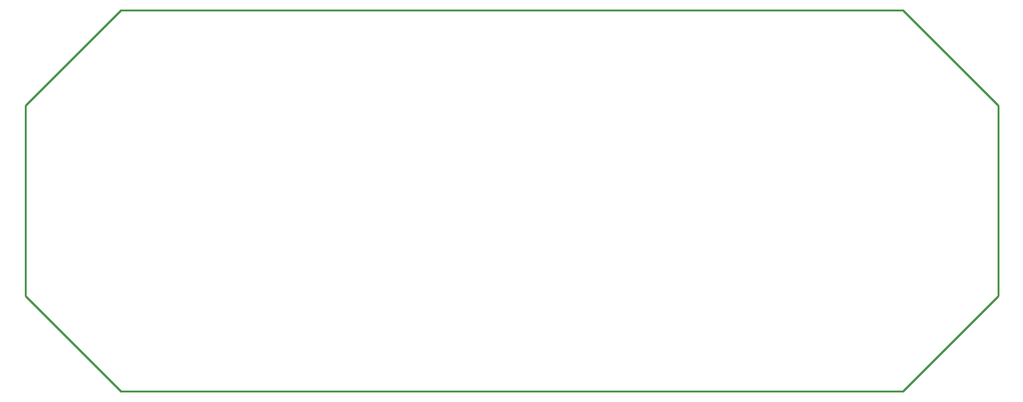
<source format=gbr>
%TF.GenerationSoftware,KiCad,Pcbnew,8.0.2*%
%TF.CreationDate,2024-06-18T15:59:24+03:00*%
%TF.ProjectId,main,6d61696e-2e6b-4696-9361-645f70636258,rev?*%
%TF.SameCoordinates,Original*%
%TF.FileFunction,Profile,NP*%
%FSLAX46Y46*%
G04 Gerber Fmt 4.6, Leading zero omitted, Abs format (unit mm)*
G04 Created by KiCad (PCBNEW 8.0.2) date 2024-06-18 15:59:24*
%MOMM*%
%LPD*%
G01*
G04 APERTURE LIST*
%TA.AperFunction,Profile*%
%ADD10C,0.250000*%
%TD*%
G04 APERTURE END LIST*
D10*
X160020000Y-55880000D02*
X160020000Y-81280000D01*
X147320000Y-93980000D01*
X43180000Y-93980000D01*
X30480000Y-81280000D01*
X30480000Y-55880000D01*
X43180000Y-43180000D01*
X147320000Y-43180000D01*
X160020000Y-55880000D01*
M02*

</source>
